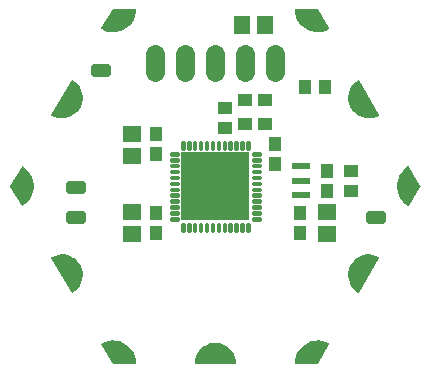
<source format=gbr>
G04 EAGLE Gerber RS-274X export*
G75*
%MOMM*%
%FSLAX34Y34*%
%LPD*%
%INSoldermask Bottom*%
%IPPOS*%
%AMOC8*
5,1,8,0,0,1.08239X$1,22.5*%
G01*
%ADD10R,1.101600X1.201600*%
%ADD11R,1.601600X1.401600*%
%ADD12C,0.225016*%
%ADD13R,5.801588X5.801588*%
%ADD14R,1.501597X0.501600*%
%ADD15R,1.201600X1.101600*%
%ADD16C,0.605878*%
%ADD17C,1.101600*%
%ADD18R,1.401600X1.601600*%
%ADD19C,1.625600*%

G36*
X363231Y195709D02*
X363231Y195709D01*
X363260Y195706D01*
X363327Y195728D01*
X363397Y195742D01*
X363421Y195759D01*
X363449Y195768D01*
X363502Y195815D01*
X363561Y195855D01*
X363577Y195879D01*
X363599Y195899D01*
X363630Y195963D01*
X363668Y196022D01*
X363673Y196051D01*
X363685Y196077D01*
X363694Y196177D01*
X363701Y196219D01*
X363698Y196229D01*
X363700Y196243D01*
X363468Y199041D01*
X363458Y199075D01*
X363454Y199123D01*
X362765Y201844D01*
X362750Y201876D01*
X362738Y201922D01*
X361610Y204494D01*
X361590Y204522D01*
X361571Y204566D01*
X360035Y206917D01*
X360011Y206941D01*
X359985Y206982D01*
X358083Y209047D01*
X358055Y209068D01*
X358022Y209103D01*
X355807Y210828D01*
X355776Y210843D01*
X355738Y210873D01*
X353268Y212209D01*
X353235Y212219D01*
X353193Y212242D01*
X352007Y212650D01*
X350553Y213149D01*
X350537Y213154D01*
X350503Y213159D01*
X350457Y213174D01*
X347688Y213636D01*
X347653Y213635D01*
X347606Y213643D01*
X344798Y213643D01*
X344764Y213636D01*
X344716Y213636D01*
X341947Y213174D01*
X341914Y213162D01*
X341867Y213154D01*
X339211Y212242D01*
X339181Y212225D01*
X339136Y212209D01*
X336666Y210873D01*
X336640Y210851D01*
X336597Y210828D01*
X334382Y209103D01*
X334359Y209077D01*
X334321Y209047D01*
X332419Y206982D01*
X332401Y206952D01*
X332369Y206917D01*
X330833Y204566D01*
X330820Y204534D01*
X330794Y204494D01*
X329666Y201922D01*
X329659Y201889D01*
X329656Y201882D01*
X329650Y201873D01*
X329649Y201867D01*
X329639Y201844D01*
X328950Y199123D01*
X328948Y199088D01*
X328936Y199041D01*
X328704Y196243D01*
X328708Y196214D01*
X328703Y196185D01*
X328720Y196116D01*
X328728Y196046D01*
X328742Y196020D01*
X328749Y195992D01*
X328791Y195935D01*
X328826Y195873D01*
X328850Y195855D01*
X328867Y195832D01*
X328928Y195796D01*
X328985Y195753D01*
X329013Y195745D01*
X329038Y195730D01*
X329136Y195714D01*
X329177Y195703D01*
X329188Y195705D01*
X329202Y195703D01*
X363202Y195703D01*
X363231Y195709D01*
G37*
G36*
X224809Y256012D02*
X224809Y256012D01*
X224880Y256009D01*
X224907Y256019D01*
X224936Y256021D01*
X225026Y256063D01*
X225066Y256078D01*
X225074Y256086D01*
X225087Y256092D01*
X227390Y257691D01*
X227414Y257717D01*
X227454Y257744D01*
X229463Y259701D01*
X229482Y259730D01*
X229517Y259763D01*
X231176Y262024D01*
X231191Y262055D01*
X231220Y262094D01*
X232484Y264597D01*
X232493Y264631D01*
X232515Y264674D01*
X233351Y267351D01*
X233354Y267385D01*
X233369Y267431D01*
X233752Y270210D01*
X233750Y270244D01*
X233756Y270292D01*
X233677Y273095D01*
X233669Y273129D01*
X233668Y273177D01*
X233129Y275929D01*
X233115Y275961D01*
X233106Y276009D01*
X232121Y278634D01*
X232106Y278659D01*
X232101Y278679D01*
X232093Y278690D01*
X232086Y278709D01*
X230682Y281137D01*
X230659Y281163D01*
X230635Y281205D01*
X228851Y283368D01*
X228824Y283390D01*
X228793Y283427D01*
X226677Y285268D01*
X226647Y285285D01*
X226611Y285317D01*
X224220Y286784D01*
X224188Y286795D01*
X224147Y286821D01*
X221548Y287874D01*
X221514Y287881D01*
X221469Y287899D01*
X218732Y288510D01*
X218697Y288511D01*
X218650Y288522D01*
X215850Y288674D01*
X215816Y288669D01*
X215768Y288672D01*
X212980Y288362D01*
X212947Y288351D01*
X212899Y288346D01*
X210201Y287581D01*
X210171Y287565D01*
X210124Y287552D01*
X207589Y286353D01*
X207565Y286336D01*
X207538Y286326D01*
X207486Y286277D01*
X207429Y286234D01*
X207415Y286209D01*
X207394Y286189D01*
X207365Y286124D01*
X207329Y286063D01*
X207326Y286034D01*
X207314Y286007D01*
X207313Y285936D01*
X207304Y285865D01*
X207312Y285837D01*
X207312Y285808D01*
X207346Y285715D01*
X207358Y285674D01*
X207365Y285665D01*
X207370Y285652D01*
X224370Y256252D01*
X224389Y256230D01*
X224402Y256204D01*
X224455Y256156D01*
X224502Y256103D01*
X224528Y256091D01*
X224550Y256071D01*
X224617Y256048D01*
X224681Y256018D01*
X224710Y256016D01*
X224738Y256007D01*
X224809Y256012D01*
G37*
G36*
X476588Y403735D02*
X476588Y403735D01*
X476636Y403732D01*
X479424Y404042D01*
X479457Y404053D01*
X479505Y404058D01*
X482203Y404823D01*
X482233Y404839D01*
X482280Y404852D01*
X484815Y406051D01*
X484839Y406068D01*
X484866Y406078D01*
X484918Y406127D01*
X484975Y406170D01*
X484989Y406195D01*
X485011Y406215D01*
X485039Y406280D01*
X485075Y406342D01*
X485078Y406370D01*
X485090Y406397D01*
X485091Y406468D01*
X485100Y406539D01*
X485092Y406567D01*
X485092Y406596D01*
X485058Y406689D01*
X485046Y406730D01*
X485039Y406739D01*
X485034Y406752D01*
X468034Y436152D01*
X468015Y436174D01*
X468002Y436200D01*
X467949Y436248D01*
X467902Y436301D01*
X467876Y436313D01*
X467854Y436333D01*
X467787Y436356D01*
X467723Y436386D01*
X467694Y436388D01*
X467666Y436397D01*
X467595Y436392D01*
X467524Y436395D01*
X467497Y436385D01*
X467468Y436383D01*
X467378Y436341D01*
X467338Y436326D01*
X467330Y436318D01*
X467317Y436312D01*
X465014Y434713D01*
X464990Y434688D01*
X464950Y434660D01*
X462941Y432703D01*
X462922Y432674D01*
X462887Y432641D01*
X461228Y430380D01*
X461213Y430349D01*
X461184Y430310D01*
X459920Y427807D01*
X459911Y427773D01*
X459889Y427730D01*
X459053Y425053D01*
X459050Y425019D01*
X459035Y424973D01*
X458652Y422194D01*
X458654Y422160D01*
X458648Y422112D01*
X458727Y419309D01*
X458735Y419275D01*
X458736Y419227D01*
X459275Y416475D01*
X459289Y416443D01*
X459298Y416395D01*
X460283Y413770D01*
X460301Y413740D01*
X460318Y413695D01*
X461722Y411267D01*
X461745Y411241D01*
X461769Y411200D01*
X463553Y409036D01*
X463580Y409014D01*
X463611Y408977D01*
X465727Y407136D01*
X465757Y407119D01*
X465793Y407088D01*
X468184Y405620D01*
X468216Y405609D01*
X468257Y405583D01*
X470856Y404530D01*
X470890Y404523D01*
X470935Y404505D01*
X473672Y403894D01*
X473707Y403893D01*
X473754Y403882D01*
X476554Y403730D01*
X476588Y403735D01*
G37*
G36*
X467628Y256013D02*
X467628Y256013D01*
X467699Y256012D01*
X467726Y256023D01*
X467755Y256027D01*
X467817Y256061D01*
X467882Y256089D01*
X467903Y256110D01*
X467928Y256124D01*
X467991Y256200D01*
X468021Y256231D01*
X468025Y256241D01*
X468034Y256252D01*
X485034Y285652D01*
X485043Y285680D01*
X485060Y285704D01*
X485075Y285773D01*
X485097Y285841D01*
X485095Y285870D01*
X485101Y285898D01*
X485088Y285968D01*
X485082Y286039D01*
X485069Y286065D01*
X485063Y286093D01*
X485023Y286152D01*
X484991Y286215D01*
X484968Y286234D01*
X484952Y286258D01*
X484870Y286315D01*
X484837Y286342D01*
X484827Y286345D01*
X484815Y286353D01*
X482280Y287552D01*
X482246Y287560D01*
X482203Y287581D01*
X479505Y288346D01*
X479470Y288348D01*
X479424Y288362D01*
X476636Y288672D01*
X476602Y288669D01*
X476554Y288674D01*
X473754Y288522D01*
X473720Y288513D01*
X473672Y288510D01*
X470935Y287899D01*
X470903Y287885D01*
X470856Y287874D01*
X468257Y286821D01*
X468228Y286802D01*
X468184Y286784D01*
X465793Y285317D01*
X465768Y285293D01*
X465727Y285268D01*
X463611Y283427D01*
X463590Y283400D01*
X463553Y283368D01*
X461769Y281205D01*
X461753Y281174D01*
X461722Y281137D01*
X460318Y278709D01*
X460307Y278676D01*
X460300Y278663D01*
X460290Y278649D01*
X460290Y278646D01*
X460283Y278634D01*
X459298Y276009D01*
X459292Y275974D01*
X459275Y275929D01*
X458736Y273177D01*
X458736Y273143D01*
X458727Y273095D01*
X458648Y270292D01*
X458654Y270258D01*
X458652Y270210D01*
X459035Y267431D01*
X459047Y267399D01*
X459053Y267351D01*
X459889Y264674D01*
X459906Y264643D01*
X459920Y264597D01*
X461184Y262094D01*
X461206Y262067D01*
X461228Y262024D01*
X462887Y259763D01*
X462913Y259740D01*
X462941Y259701D01*
X464950Y257744D01*
X464979Y257725D01*
X465014Y257691D01*
X467317Y256092D01*
X467344Y256080D01*
X467367Y256062D01*
X467435Y256041D01*
X467500Y256013D01*
X467529Y256013D01*
X467557Y256005D01*
X467628Y256013D01*
G37*
G36*
X218650Y403882D02*
X218650Y403882D01*
X218684Y403891D01*
X218732Y403894D01*
X221469Y404505D01*
X221501Y404519D01*
X221548Y404530D01*
X224147Y405583D01*
X224176Y405602D01*
X224220Y405620D01*
X226611Y407088D01*
X226636Y407111D01*
X226677Y407136D01*
X228793Y408977D01*
X228814Y409004D01*
X228851Y409036D01*
X230635Y411200D01*
X230651Y411230D01*
X230682Y411267D01*
X232086Y413695D01*
X232097Y413728D01*
X232121Y413770D01*
X233106Y416395D01*
X233112Y416430D01*
X233129Y416475D01*
X233668Y419227D01*
X233668Y419262D01*
X233677Y419309D01*
X233756Y422112D01*
X233751Y422146D01*
X233752Y422194D01*
X233369Y424973D01*
X233357Y425005D01*
X233351Y425053D01*
X232515Y427730D01*
X232498Y427761D01*
X232484Y427807D01*
X231220Y430310D01*
X231198Y430337D01*
X231176Y430380D01*
X229517Y432641D01*
X229491Y432664D01*
X229463Y432703D01*
X227454Y434660D01*
X227425Y434679D01*
X227390Y434713D01*
X225087Y436312D01*
X225060Y436324D01*
X225037Y436342D01*
X224969Y436363D01*
X224904Y436391D01*
X224875Y436391D01*
X224847Y436399D01*
X224776Y436391D01*
X224705Y436392D01*
X224678Y436381D01*
X224649Y436377D01*
X224587Y436343D01*
X224522Y436315D01*
X224501Y436294D01*
X224476Y436280D01*
X224413Y436204D01*
X224383Y436173D01*
X224379Y436163D01*
X224370Y436152D01*
X207370Y406752D01*
X207361Y406724D01*
X207344Y406700D01*
X207329Y406631D01*
X207307Y406563D01*
X207309Y406534D01*
X207303Y406506D01*
X207316Y406436D01*
X207322Y406365D01*
X207335Y406339D01*
X207341Y406311D01*
X207381Y406252D01*
X207413Y406189D01*
X207436Y406170D01*
X207452Y406146D01*
X207534Y406089D01*
X207567Y406062D01*
X207577Y406059D01*
X207589Y406051D01*
X210124Y404852D01*
X210158Y404844D01*
X210201Y404823D01*
X212899Y404058D01*
X212934Y404056D01*
X212980Y404042D01*
X215768Y403732D01*
X215802Y403735D01*
X215850Y403730D01*
X218650Y403882D01*
G37*
G36*
X509929Y329213D02*
X509929Y329213D01*
X510000Y329213D01*
X510027Y329224D01*
X510056Y329227D01*
X510118Y329262D01*
X510183Y329290D01*
X510204Y329310D01*
X510229Y329325D01*
X510292Y329402D01*
X510322Y329432D01*
X510326Y329442D01*
X510335Y329453D01*
X519835Y345953D01*
X519845Y345985D01*
X519854Y345998D01*
X519858Y346022D01*
X519859Y346026D01*
X519890Y346096D01*
X519890Y346120D01*
X519898Y346142D01*
X519892Y346218D01*
X519893Y346295D01*
X519883Y346319D01*
X519882Y346340D01*
X519861Y346379D01*
X519835Y346451D01*
X510335Y362951D01*
X510316Y362973D01*
X510303Y362999D01*
X510250Y363047D01*
X510203Y363100D01*
X510177Y363113D01*
X510156Y363132D01*
X510088Y363155D01*
X510024Y363186D01*
X509995Y363188D01*
X509968Y363197D01*
X509896Y363192D01*
X509825Y363195D01*
X509798Y363185D01*
X509769Y363183D01*
X509679Y363141D01*
X509639Y363126D01*
X509631Y363119D01*
X509618Y363113D01*
X507095Y361371D01*
X507071Y361347D01*
X507033Y361320D01*
X504821Y359196D01*
X504802Y359168D01*
X504768Y359136D01*
X502926Y356685D01*
X502912Y356654D01*
X502883Y356617D01*
X501458Y353902D01*
X501449Y353871D01*
X501433Y353846D01*
X501432Y353838D01*
X501427Y353828D01*
X500456Y350920D01*
X500452Y350886D01*
X500437Y350842D01*
X499945Y347815D01*
X499946Y347781D01*
X499938Y347735D01*
X499938Y344669D01*
X499939Y344665D01*
X499939Y344663D01*
X499945Y344636D01*
X499945Y344589D01*
X500437Y341562D01*
X500449Y341531D01*
X500456Y341484D01*
X501427Y338576D01*
X501444Y338547D01*
X501458Y338502D01*
X502883Y335787D01*
X502905Y335761D01*
X502926Y335719D01*
X504768Y333268D01*
X504793Y333245D01*
X504821Y333208D01*
X507033Y331084D01*
X507061Y331066D01*
X507095Y331033D01*
X509618Y329291D01*
X509645Y329280D01*
X509667Y329261D01*
X509736Y329241D01*
X509801Y329213D01*
X509830Y329213D01*
X509858Y329205D01*
X509929Y329213D01*
G37*
G36*
X182508Y329212D02*
X182508Y329212D01*
X182579Y329209D01*
X182606Y329219D01*
X182635Y329221D01*
X182725Y329263D01*
X182765Y329278D01*
X182773Y329285D01*
X182786Y329291D01*
X185309Y331033D01*
X185333Y331057D01*
X185371Y331084D01*
X187583Y333208D01*
X187602Y333236D01*
X187636Y333268D01*
X189478Y335719D01*
X189492Y335750D01*
X189521Y335787D01*
X190946Y338502D01*
X190955Y338535D01*
X190977Y338576D01*
X191948Y341484D01*
X191952Y341518D01*
X191967Y341562D01*
X192459Y344589D01*
X192458Y344623D01*
X192466Y344669D01*
X192466Y347735D01*
X192459Y347768D01*
X192459Y347815D01*
X191967Y350842D01*
X191955Y350873D01*
X191948Y350920D01*
X190977Y353828D01*
X190964Y353851D01*
X190958Y353876D01*
X190951Y353885D01*
X190946Y353902D01*
X189521Y356617D01*
X189499Y356643D01*
X189478Y356685D01*
X187636Y359136D01*
X187611Y359159D01*
X187583Y359196D01*
X185371Y361320D01*
X185343Y361338D01*
X185309Y361371D01*
X182786Y363113D01*
X182759Y363124D01*
X182737Y363143D01*
X182668Y363163D01*
X182603Y363191D01*
X182574Y363191D01*
X182546Y363199D01*
X182475Y363191D01*
X182404Y363192D01*
X182377Y363180D01*
X182348Y363177D01*
X182286Y363142D01*
X182221Y363114D01*
X182200Y363094D01*
X182175Y363079D01*
X182112Y363002D01*
X182082Y362972D01*
X182078Y362962D01*
X182069Y362951D01*
X172569Y346451D01*
X172545Y346378D01*
X172514Y346308D01*
X172514Y346284D01*
X172506Y346262D01*
X172513Y346186D01*
X172512Y346109D01*
X172521Y346085D01*
X172522Y346064D01*
X172543Y346025D01*
X172562Y345973D01*
X172563Y345967D01*
X172565Y345965D01*
X172569Y345953D01*
X182069Y329453D01*
X182088Y329431D01*
X182101Y329405D01*
X182154Y329357D01*
X182201Y329304D01*
X182227Y329291D01*
X182249Y329272D01*
X182316Y329249D01*
X182380Y329218D01*
X182409Y329217D01*
X182436Y329207D01*
X182508Y329212D01*
G37*
G36*
X432878Y195718D02*
X432878Y195718D01*
X432956Y195727D01*
X432975Y195738D01*
X432997Y195742D01*
X433061Y195786D01*
X433129Y195825D01*
X433145Y195844D01*
X433161Y195855D01*
X433185Y195893D01*
X433235Y195953D01*
X442735Y212453D01*
X442744Y212480D01*
X442760Y212504D01*
X442775Y212574D01*
X442798Y212642D01*
X442795Y212670D01*
X442801Y212698D01*
X442788Y212769D01*
X442782Y212840D01*
X442769Y212865D01*
X442763Y212893D01*
X442723Y212953D01*
X442690Y213016D01*
X442668Y213034D01*
X442652Y213058D01*
X442569Y213116D01*
X442537Y213143D01*
X442526Y213146D01*
X442516Y213153D01*
X439750Y214462D01*
X439717Y214470D01*
X439674Y214490D01*
X436734Y215338D01*
X436700Y215341D01*
X436656Y215354D01*
X433618Y215719D01*
X433584Y215716D01*
X433537Y215722D01*
X430480Y215595D01*
X430447Y215587D01*
X430400Y215586D01*
X427403Y214970D01*
X427372Y214957D01*
X427326Y214948D01*
X424466Y213859D01*
X424438Y213841D01*
X424394Y213825D01*
X421746Y212291D01*
X421720Y212269D01*
X421680Y212246D01*
X419312Y210308D01*
X419290Y210281D01*
X419254Y210252D01*
X417227Y207959D01*
X417211Y207930D01*
X417179Y207895D01*
X415547Y205307D01*
X415535Y205275D01*
X415510Y205236D01*
X414314Y202419D01*
X414307Y202386D01*
X414304Y202379D01*
X414300Y202373D01*
X414299Y202367D01*
X414288Y202343D01*
X413560Y199371D01*
X413558Y199337D01*
X413547Y199292D01*
X413304Y196242D01*
X413308Y196213D01*
X413303Y196185D01*
X413320Y196116D01*
X413328Y196044D01*
X413343Y196020D01*
X413349Y195992D01*
X413392Y195934D01*
X413428Y195872D01*
X413450Y195855D01*
X413467Y195832D01*
X413529Y195795D01*
X413586Y195752D01*
X413614Y195745D01*
X413638Y195730D01*
X413738Y195714D01*
X413779Y195703D01*
X413789Y195705D01*
X413802Y195703D01*
X432802Y195703D01*
X432878Y195718D01*
G37*
G36*
X433571Y476687D02*
X433571Y476687D01*
X433618Y476685D01*
X436656Y477050D01*
X436688Y477061D01*
X436734Y477066D01*
X439674Y477914D01*
X439704Y477930D01*
X439750Y477942D01*
X442516Y479251D01*
X442538Y479268D01*
X442565Y479278D01*
X442617Y479327D01*
X442675Y479370D01*
X442689Y479395D01*
X442710Y479414D01*
X442739Y479480D01*
X442775Y479542D01*
X442778Y479570D01*
X442790Y479596D01*
X442791Y479668D01*
X442800Y479739D01*
X442792Y479766D01*
X442793Y479795D01*
X442757Y479890D01*
X442746Y479930D01*
X442739Y479939D01*
X442735Y479951D01*
X433235Y496451D01*
X433183Y496510D01*
X433137Y496572D01*
X433118Y496583D01*
X433103Y496600D01*
X433033Y496634D01*
X432966Y496674D01*
X432942Y496678D01*
X432924Y496686D01*
X432879Y496688D01*
X432802Y496701D01*
X413802Y496701D01*
X413774Y496696D01*
X413746Y496698D01*
X413678Y496676D01*
X413607Y496662D01*
X413584Y496646D01*
X413557Y496637D01*
X413502Y496590D01*
X413443Y496549D01*
X413428Y496525D01*
X413407Y496507D01*
X413375Y496442D01*
X413336Y496382D01*
X413331Y496354D01*
X413319Y496328D01*
X413310Y496227D01*
X413303Y496185D01*
X413305Y496175D01*
X413304Y496162D01*
X413547Y493112D01*
X413556Y493080D01*
X413560Y493033D01*
X414288Y490061D01*
X414303Y490030D01*
X414314Y489985D01*
X415510Y487168D01*
X415529Y487140D01*
X415547Y487097D01*
X417179Y484509D01*
X417203Y484485D01*
X417227Y484445D01*
X419254Y482152D01*
X419281Y482132D01*
X419312Y482096D01*
X421680Y480158D01*
X421710Y480142D01*
X421746Y480113D01*
X424394Y478580D01*
X424426Y478569D01*
X424466Y478545D01*
X427326Y477457D01*
X427359Y477451D01*
X427403Y477434D01*
X430400Y476818D01*
X430434Y476818D01*
X430480Y476809D01*
X433537Y476682D01*
X433571Y476687D01*
G37*
G36*
X278630Y195708D02*
X278630Y195708D01*
X278658Y195706D01*
X278726Y195728D01*
X278797Y195742D01*
X278820Y195758D01*
X278847Y195767D01*
X278902Y195814D01*
X278961Y195855D01*
X278976Y195879D01*
X278998Y195897D01*
X279029Y195962D01*
X279068Y196022D01*
X279073Y196050D01*
X279085Y196076D01*
X279094Y196177D01*
X279101Y196219D01*
X279099Y196229D01*
X279100Y196242D01*
X278857Y199292D01*
X278848Y199324D01*
X278844Y199371D01*
X278116Y202343D01*
X278101Y202374D01*
X278090Y202419D01*
X276894Y205236D01*
X276875Y205264D01*
X276857Y205307D01*
X275225Y207895D01*
X275201Y207919D01*
X275177Y207959D01*
X273150Y210252D01*
X273123Y210272D01*
X273092Y210308D01*
X270725Y212246D01*
X270694Y212262D01*
X270658Y212291D01*
X268010Y213825D01*
X267978Y213835D01*
X267938Y213859D01*
X265078Y214948D01*
X265045Y214953D01*
X265001Y214970D01*
X262004Y215586D01*
X261970Y215586D01*
X261924Y215595D01*
X258867Y215722D01*
X258833Y215717D01*
X258786Y215719D01*
X255748Y215354D01*
X255716Y215343D01*
X255670Y215338D01*
X252730Y214490D01*
X252700Y214474D01*
X252655Y214462D01*
X249889Y213153D01*
X249866Y213136D01*
X249839Y213126D01*
X249787Y213077D01*
X249729Y213034D01*
X249715Y213009D01*
X249694Y212990D01*
X249665Y212924D01*
X249629Y212862D01*
X249626Y212834D01*
X249614Y212808D01*
X249613Y212736D01*
X249604Y212665D01*
X249612Y212638D01*
X249612Y212609D01*
X249647Y212514D01*
X249658Y212474D01*
X249665Y212465D01*
X249669Y212453D01*
X259169Y195953D01*
X259221Y195895D01*
X259267Y195832D01*
X259286Y195821D01*
X259301Y195804D01*
X259371Y195770D01*
X259438Y195730D01*
X259463Y195726D01*
X259480Y195718D01*
X259525Y195716D01*
X259602Y195703D01*
X278602Y195703D01*
X278630Y195708D01*
G37*
G36*
X261924Y476809D02*
X261924Y476809D01*
X261957Y476817D01*
X262004Y476818D01*
X265001Y477434D01*
X265032Y477447D01*
X265078Y477457D01*
X267938Y478545D01*
X267967Y478563D01*
X268010Y478580D01*
X270658Y480113D01*
X270684Y480135D01*
X270725Y480158D01*
X273092Y482096D01*
X273114Y482123D01*
X273150Y482152D01*
X275177Y484445D01*
X275194Y484474D01*
X275225Y484509D01*
X276857Y487097D01*
X276869Y487129D01*
X276894Y487168D01*
X278090Y489985D01*
X278097Y490018D01*
X278116Y490061D01*
X278844Y493033D01*
X278846Y493067D01*
X278857Y493112D01*
X279100Y496162D01*
X279096Y496191D01*
X279101Y496219D01*
X279084Y496288D01*
X279076Y496360D01*
X279062Y496384D01*
X279055Y496412D01*
X279012Y496470D01*
X278977Y496532D01*
X278954Y496549D01*
X278937Y496572D01*
X278875Y496609D01*
X278818Y496652D01*
X278790Y496659D01*
X278766Y496674D01*
X278666Y496690D01*
X278625Y496701D01*
X278615Y496699D01*
X278602Y496701D01*
X259602Y496701D01*
X259526Y496686D01*
X259448Y496677D01*
X259429Y496666D01*
X259407Y496662D01*
X259343Y496618D01*
X259275Y496579D01*
X259259Y496560D01*
X259243Y496549D01*
X259219Y496511D01*
X259169Y496451D01*
X249669Y479951D01*
X249660Y479924D01*
X249644Y479900D01*
X249629Y479830D01*
X249606Y479762D01*
X249609Y479734D01*
X249603Y479706D01*
X249617Y479636D01*
X249622Y479564D01*
X249635Y479539D01*
X249641Y479511D01*
X249681Y479451D01*
X249714Y479388D01*
X249736Y479370D01*
X249752Y479346D01*
X249835Y479288D01*
X249867Y479261D01*
X249878Y479258D01*
X249889Y479251D01*
X252655Y477942D01*
X252688Y477934D01*
X252730Y477914D01*
X255670Y477066D01*
X255704Y477063D01*
X255748Y477050D01*
X258786Y476685D01*
X258820Y476688D01*
X258867Y476682D01*
X261924Y476809D01*
G37*
D10*
X440690Y342020D03*
X440690Y359020D03*
D11*
X440690Y305460D03*
X440690Y324460D03*
D12*
X377819Y373069D02*
X377819Y374335D01*
X383585Y374335D01*
X383585Y373069D01*
X377819Y373069D01*
X377819Y369335D02*
X377819Y368069D01*
X377819Y369335D02*
X383585Y369335D01*
X383585Y368069D01*
X377819Y368069D01*
X377819Y364335D02*
X377819Y363069D01*
X377819Y364335D02*
X383585Y364335D01*
X383585Y363069D01*
X377819Y363069D01*
X377819Y359335D02*
X377819Y358069D01*
X377819Y359335D02*
X383585Y359335D01*
X383585Y358069D01*
X377819Y358069D01*
X377819Y354335D02*
X377819Y353069D01*
X377819Y354335D02*
X383585Y354335D01*
X383585Y353069D01*
X377819Y353069D01*
X377819Y349335D02*
X377819Y348069D01*
X377819Y349335D02*
X383585Y349335D01*
X383585Y348069D01*
X377819Y348069D01*
X377819Y344335D02*
X377819Y343069D01*
X377819Y344335D02*
X383585Y344335D01*
X383585Y343069D01*
X377819Y343069D01*
X377819Y339335D02*
X377819Y338069D01*
X377819Y339335D02*
X383585Y339335D01*
X383585Y338069D01*
X377819Y338069D01*
X377819Y334335D02*
X377819Y333069D01*
X377819Y334335D02*
X383585Y334335D01*
X383585Y333069D01*
X377819Y333069D01*
X377819Y329335D02*
X377819Y328069D01*
X377819Y329335D02*
X383585Y329335D01*
X383585Y328069D01*
X377819Y328069D01*
X377819Y324335D02*
X377819Y323069D01*
X377819Y324335D02*
X383585Y324335D01*
X383585Y323069D01*
X377819Y323069D01*
X377819Y319335D02*
X377819Y318069D01*
X377819Y319335D02*
X383585Y319335D01*
X383585Y318069D01*
X377819Y318069D01*
X374335Y314585D02*
X373069Y314585D01*
X374335Y314585D02*
X374335Y308819D01*
X373069Y308819D01*
X373069Y314585D01*
X373069Y310956D02*
X374335Y310956D01*
X374335Y313093D02*
X373069Y313093D01*
X369335Y314585D02*
X368069Y314585D01*
X369335Y314585D02*
X369335Y308819D01*
X368069Y308819D01*
X368069Y314585D01*
X368069Y310956D02*
X369335Y310956D01*
X369335Y313093D02*
X368069Y313093D01*
X364335Y314585D02*
X363069Y314585D01*
X364335Y314585D02*
X364335Y308819D01*
X363069Y308819D01*
X363069Y314585D01*
X363069Y310956D02*
X364335Y310956D01*
X364335Y313093D02*
X363069Y313093D01*
X359335Y314585D02*
X358069Y314585D01*
X359335Y314585D02*
X359335Y308819D01*
X358069Y308819D01*
X358069Y314585D01*
X358069Y310956D02*
X359335Y310956D01*
X359335Y313093D02*
X358069Y313093D01*
X354335Y314585D02*
X353069Y314585D01*
X354335Y314585D02*
X354335Y308819D01*
X353069Y308819D01*
X353069Y314585D01*
X353069Y310956D02*
X354335Y310956D01*
X354335Y313093D02*
X353069Y313093D01*
X349335Y314585D02*
X348069Y314585D01*
X349335Y314585D02*
X349335Y308819D01*
X348069Y308819D01*
X348069Y314585D01*
X348069Y310956D02*
X349335Y310956D01*
X349335Y313093D02*
X348069Y313093D01*
X344335Y314585D02*
X343069Y314585D01*
X344335Y314585D02*
X344335Y308819D01*
X343069Y308819D01*
X343069Y314585D01*
X343069Y310956D02*
X344335Y310956D01*
X344335Y313093D02*
X343069Y313093D01*
X339335Y314585D02*
X338069Y314585D01*
X339335Y314585D02*
X339335Y308819D01*
X338069Y308819D01*
X338069Y314585D01*
X338069Y310956D02*
X339335Y310956D01*
X339335Y313093D02*
X338069Y313093D01*
X334335Y314585D02*
X333069Y314585D01*
X334335Y314585D02*
X334335Y308819D01*
X333069Y308819D01*
X333069Y314585D01*
X333069Y310956D02*
X334335Y310956D01*
X334335Y313093D02*
X333069Y313093D01*
X329335Y314585D02*
X328069Y314585D01*
X329335Y314585D02*
X329335Y308819D01*
X328069Y308819D01*
X328069Y314585D01*
X328069Y310956D02*
X329335Y310956D01*
X329335Y313093D02*
X328069Y313093D01*
X324335Y314585D02*
X323069Y314585D01*
X324335Y314585D02*
X324335Y308819D01*
X323069Y308819D01*
X323069Y314585D01*
X323069Y310956D02*
X324335Y310956D01*
X324335Y313093D02*
X323069Y313093D01*
X319335Y314585D02*
X318069Y314585D01*
X319335Y314585D02*
X319335Y308819D01*
X318069Y308819D01*
X318069Y314585D01*
X318069Y310956D02*
X319335Y310956D01*
X319335Y313093D02*
X318069Y313093D01*
X314585Y318069D02*
X314585Y319335D01*
X314585Y318069D02*
X308819Y318069D01*
X308819Y319335D01*
X314585Y319335D01*
X314585Y323069D02*
X314585Y324335D01*
X314585Y323069D02*
X308819Y323069D01*
X308819Y324335D01*
X314585Y324335D01*
X314585Y328069D02*
X314585Y329335D01*
X314585Y328069D02*
X308819Y328069D01*
X308819Y329335D01*
X314585Y329335D01*
X314585Y333069D02*
X314585Y334335D01*
X314585Y333069D02*
X308819Y333069D01*
X308819Y334335D01*
X314585Y334335D01*
X314585Y338069D02*
X314585Y339335D01*
X314585Y338069D02*
X308819Y338069D01*
X308819Y339335D01*
X314585Y339335D01*
X314585Y343069D02*
X314585Y344335D01*
X314585Y343069D02*
X308819Y343069D01*
X308819Y344335D01*
X314585Y344335D01*
X314585Y348069D02*
X314585Y349335D01*
X314585Y348069D02*
X308819Y348069D01*
X308819Y349335D01*
X314585Y349335D01*
X314585Y353069D02*
X314585Y354335D01*
X314585Y353069D02*
X308819Y353069D01*
X308819Y354335D01*
X314585Y354335D01*
X314585Y358069D02*
X314585Y359335D01*
X314585Y358069D02*
X308819Y358069D01*
X308819Y359335D01*
X314585Y359335D01*
X314585Y363069D02*
X314585Y364335D01*
X314585Y363069D02*
X308819Y363069D01*
X308819Y364335D01*
X314585Y364335D01*
X314585Y368069D02*
X314585Y369335D01*
X314585Y368069D02*
X308819Y368069D01*
X308819Y369335D01*
X314585Y369335D01*
X314585Y373069D02*
X314585Y374335D01*
X314585Y373069D02*
X308819Y373069D01*
X308819Y374335D01*
X314585Y374335D01*
X318069Y377819D02*
X319335Y377819D01*
X318069Y377819D02*
X318069Y383585D01*
X319335Y383585D01*
X319335Y377819D01*
X319335Y379956D02*
X318069Y379956D01*
X318069Y382093D02*
X319335Y382093D01*
X323069Y377819D02*
X324335Y377819D01*
X323069Y377819D02*
X323069Y383585D01*
X324335Y383585D01*
X324335Y377819D01*
X324335Y379956D02*
X323069Y379956D01*
X323069Y382093D02*
X324335Y382093D01*
X328069Y377819D02*
X329335Y377819D01*
X328069Y377819D02*
X328069Y383585D01*
X329335Y383585D01*
X329335Y377819D01*
X329335Y379956D02*
X328069Y379956D01*
X328069Y382093D02*
X329335Y382093D01*
X333069Y377819D02*
X334335Y377819D01*
X333069Y377819D02*
X333069Y383585D01*
X334335Y383585D01*
X334335Y377819D01*
X334335Y379956D02*
X333069Y379956D01*
X333069Y382093D02*
X334335Y382093D01*
X338069Y377819D02*
X339335Y377819D01*
X338069Y377819D02*
X338069Y383585D01*
X339335Y383585D01*
X339335Y377819D01*
X339335Y379956D02*
X338069Y379956D01*
X338069Y382093D02*
X339335Y382093D01*
X343069Y377819D02*
X344335Y377819D01*
X343069Y377819D02*
X343069Y383585D01*
X344335Y383585D01*
X344335Y377819D01*
X344335Y379956D02*
X343069Y379956D01*
X343069Y382093D02*
X344335Y382093D01*
X348069Y377819D02*
X349335Y377819D01*
X348069Y377819D02*
X348069Y383585D01*
X349335Y383585D01*
X349335Y377819D01*
X349335Y379956D02*
X348069Y379956D01*
X348069Y382093D02*
X349335Y382093D01*
X353069Y377819D02*
X354335Y377819D01*
X353069Y377819D02*
X353069Y383585D01*
X354335Y383585D01*
X354335Y377819D01*
X354335Y379956D02*
X353069Y379956D01*
X353069Y382093D02*
X354335Y382093D01*
X358069Y377819D02*
X359335Y377819D01*
X358069Y377819D02*
X358069Y383585D01*
X359335Y383585D01*
X359335Y377819D01*
X359335Y379956D02*
X358069Y379956D01*
X358069Y382093D02*
X359335Y382093D01*
X363069Y377819D02*
X364335Y377819D01*
X363069Y377819D02*
X363069Y383585D01*
X364335Y383585D01*
X364335Y377819D01*
X364335Y379956D02*
X363069Y379956D01*
X363069Y382093D02*
X364335Y382093D01*
X368069Y377819D02*
X369335Y377819D01*
X368069Y377819D02*
X368069Y383585D01*
X369335Y383585D01*
X369335Y377819D01*
X369335Y379956D02*
X368069Y379956D01*
X368069Y382093D02*
X369335Y382093D01*
X373069Y377819D02*
X374335Y377819D01*
X373069Y377819D02*
X373069Y383585D01*
X374335Y383585D01*
X374335Y377819D01*
X374335Y379956D02*
X373069Y379956D01*
X373069Y382093D02*
X374335Y382093D01*
D13*
X346202Y346202D03*
D14*
X418305Y363010D03*
X418305Y351010D03*
X418305Y339010D03*
D15*
X354330Y412360D03*
X354330Y395360D03*
D11*
X275590Y390500D03*
X275590Y371500D03*
X275590Y305460D03*
X275590Y324460D03*
D10*
X417830Y306460D03*
X417830Y323460D03*
X295910Y390770D03*
X295910Y373770D03*
X295910Y306460D03*
X295910Y323460D03*
D15*
X388230Y398780D03*
X371230Y398780D03*
D10*
X396240Y381880D03*
X396240Y364880D03*
D15*
X461010Y359020D03*
X461010Y342020D03*
D16*
X233571Y318069D02*
X222613Y318069D01*
X222613Y323027D01*
X233571Y323027D01*
X233571Y318069D01*
X233571Y348427D02*
X222613Y348427D01*
X233571Y348427D02*
X233571Y343469D01*
X222613Y343469D01*
X222613Y348427D01*
X243187Y446979D02*
X254145Y446979D01*
X254145Y442021D01*
X243187Y442021D01*
X243187Y446979D01*
X476263Y322722D02*
X487221Y322722D01*
X487221Y317764D01*
X476263Y317764D01*
X476263Y322722D01*
D17*
X428802Y489302D03*
X511402Y346202D03*
X428802Y203102D03*
X263602Y203102D03*
X181002Y346202D03*
X263602Y489302D03*
X470102Y417702D03*
X470102Y274702D03*
X346202Y203102D03*
X222302Y274702D03*
X222302Y417702D03*
D15*
X371230Y419100D03*
X388230Y419100D03*
D18*
X368985Y482600D03*
X387985Y482600D03*
D10*
X422030Y430530D03*
X439030Y430530D03*
D19*
X295275Y443230D02*
X295275Y458470D01*
X320675Y458470D02*
X320675Y443230D01*
X346075Y443230D02*
X346075Y458470D01*
X371475Y458470D02*
X371475Y443230D01*
X396875Y443230D02*
X396875Y458470D01*
M02*

</source>
